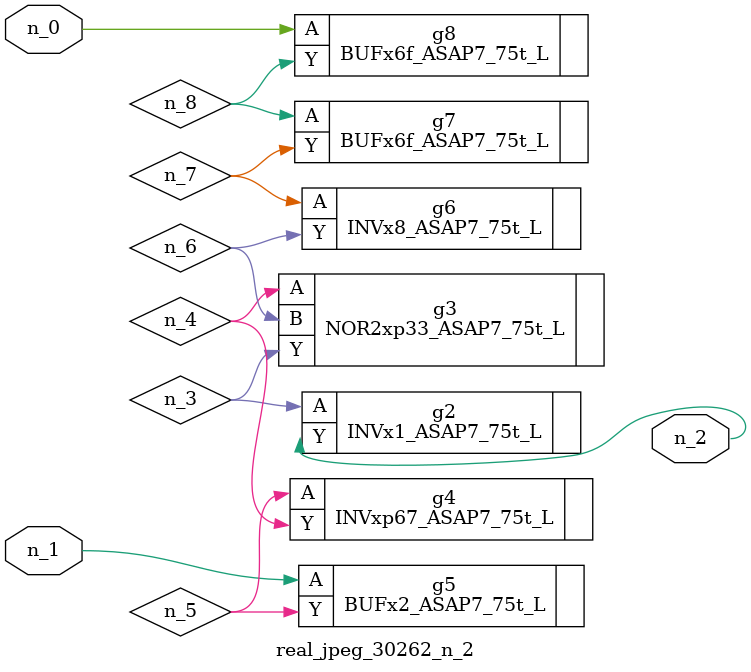
<source format=v>
module real_jpeg_30262_n_2 (n_1, n_0, n_2);

input n_1;
input n_0;

output n_2;

wire n_5;
wire n_4;
wire n_8;
wire n_6;
wire n_7;
wire n_3;

BUFx6f_ASAP7_75t_L g8 ( 
.A(n_0),
.Y(n_8)
);

BUFx2_ASAP7_75t_L g5 ( 
.A(n_1),
.Y(n_5)
);

INVx1_ASAP7_75t_L g2 ( 
.A(n_3),
.Y(n_2)
);

NOR2xp33_ASAP7_75t_L g3 ( 
.A(n_4),
.B(n_6),
.Y(n_3)
);

INVxp67_ASAP7_75t_L g4 ( 
.A(n_5),
.Y(n_4)
);

INVx8_ASAP7_75t_L g6 ( 
.A(n_7),
.Y(n_6)
);

BUFx6f_ASAP7_75t_L g7 ( 
.A(n_8),
.Y(n_7)
);


endmodule
</source>
